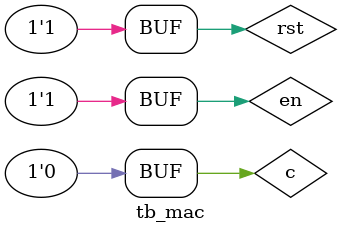
<source format=v>
module tb_mac;
    wire [3:0] sum;
    wire cout;
    reg [3:0] a,b;
    wire [8:0] S;
    reg cin;
	 assign c = 1234;
	 assign en = 1;
	 assign rst = 1;
	 wire [7:0] x;
    mac dut_instance(c,en,rst,finish,o);
	 assign x = finish+2;
//    integer i;
//    assign  S = {cout, sum};
//    initial begin
//      for(i=0;i<512;i=i+1) begin
//        #2 {cin,b,a} = i;
//      end
//    end
//    
//    initial begin
//    // $dumpfile ("VCD/seq_detect_mealey.vcd"); // VCD file name
//		// $dumpvars (0, tb_seq_detect );  // Dumpvars to test waveform
//    $monitor(" a = %d, b = %d, cin = %d, sum = %d, cout = %d, S = %d",a,b,cin,sum,cout, S);
//
//    end

  
endmodule
</source>
